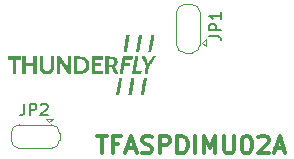
<source format=gbr>
G04 #@! TF.GenerationSoftware,KiCad,Pcbnew,5.99.0-unknown-c5e195bdff~131~ubuntu18.04.1*
G04 #@! TF.CreationDate,2021-08-10T19:15:15+02:00*
G04 #@! TF.ProjectId,TFASPDIMU02A,54464153-5044-4494-9d55-3032412e6b69,rev?*
G04 #@! TF.SameCoordinates,Original*
G04 #@! TF.FileFunction,Legend,Top*
G04 #@! TF.FilePolarity,Positive*
%FSLAX46Y46*%
G04 Gerber Fmt 4.6, Leading zero omitted, Abs format (unit mm)*
G04 Created by KiCad (PCBNEW 5.99.0-unknown-c5e195bdff~131~ubuntu18.04.1) date 2021-08-10 19:15:15*
%MOMM*%
%LPD*%
G01*
G04 APERTURE LIST*
%ADD10C,0.300000*%
%ADD11C,0.150000*%
%ADD12C,0.120000*%
G04 APERTURE END LIST*
D10*
X9500000Y3121428D02*
X10357142Y3121428D01*
X9928571Y1621428D02*
X9928571Y3121428D01*
X11357142Y2407142D02*
X10857142Y2407142D01*
X10857142Y1621428D02*
X10857142Y3121428D01*
X11571428Y3121428D01*
X12071428Y2050000D02*
X12785714Y2050000D01*
X11928571Y1621428D02*
X12428571Y3121428D01*
X12928571Y1621428D01*
X13357142Y1692857D02*
X13571428Y1621428D01*
X13928571Y1621428D01*
X14071428Y1692857D01*
X14142857Y1764285D01*
X14214285Y1907142D01*
X14214285Y2050000D01*
X14142857Y2192857D01*
X14071428Y2264285D01*
X13928571Y2335714D01*
X13642857Y2407142D01*
X13499999Y2478571D01*
X13428571Y2550000D01*
X13357142Y2692857D01*
X13357142Y2835714D01*
X13428571Y2978571D01*
X13499999Y3050000D01*
X13642857Y3121428D01*
X13999999Y3121428D01*
X14214285Y3050000D01*
X14857142Y1621428D02*
X14857142Y3121428D01*
X15428571Y3121428D01*
X15571428Y3050000D01*
X15642857Y2978571D01*
X15714285Y2835714D01*
X15714285Y2621428D01*
X15642857Y2478571D01*
X15571428Y2407142D01*
X15428571Y2335714D01*
X14857142Y2335714D01*
X16357142Y1621428D02*
X16357142Y3121428D01*
X16714285Y3121428D01*
X16928571Y3050000D01*
X17071428Y2907142D01*
X17142857Y2764285D01*
X17214285Y2478571D01*
X17214285Y2264285D01*
X17142857Y1978571D01*
X17071428Y1835714D01*
X16928571Y1692857D01*
X16714285Y1621428D01*
X16357142Y1621428D01*
X17857142Y1621428D02*
X17857142Y3121428D01*
X18571428Y1621428D02*
X18571428Y3121428D01*
X19071428Y2050000D01*
X19571428Y3121428D01*
X19571428Y1621428D01*
X20285714Y3121428D02*
X20285714Y1907142D01*
X20357142Y1764285D01*
X20428571Y1692857D01*
X20571428Y1621428D01*
X20857142Y1621428D01*
X21000000Y1692857D01*
X21071428Y1764285D01*
X21142857Y1907142D01*
X21142857Y3121428D01*
X22142857Y3121428D02*
X22285714Y3121428D01*
X22428571Y3050000D01*
X22500000Y2978571D01*
X22571428Y2835714D01*
X22642857Y2550000D01*
X22642857Y2192857D01*
X22571428Y1907142D01*
X22500000Y1764285D01*
X22428571Y1692857D01*
X22285714Y1621428D01*
X22142857Y1621428D01*
X22000000Y1692857D01*
X21928571Y1764285D01*
X21857142Y1907142D01*
X21785714Y2192857D01*
X21785714Y2550000D01*
X21857142Y2835714D01*
X21928571Y2978571D01*
X22000000Y3050000D01*
X22142857Y3121428D01*
X23214285Y2978571D02*
X23285714Y3050000D01*
X23428571Y3121428D01*
X23785714Y3121428D01*
X23928571Y3050000D01*
X24000000Y2978571D01*
X24071428Y2835714D01*
X24071428Y2692857D01*
X24000000Y2478571D01*
X23142857Y1621428D01*
X24071428Y1621428D01*
X24642857Y2050000D02*
X25357142Y2050000D01*
X24500000Y1621428D02*
X25000000Y3121428D01*
X25500000Y1621428D01*
D11*
X3366666Y5847619D02*
X3366666Y5133333D01*
X3319047Y4990476D01*
X3223809Y4895238D01*
X3080952Y4847619D01*
X2985714Y4847619D01*
X3842857Y4847619D02*
X3842857Y5847619D01*
X4223809Y5847619D01*
X4319047Y5800000D01*
X4366666Y5752380D01*
X4414285Y5657142D01*
X4414285Y5514285D01*
X4366666Y5419047D01*
X4319047Y5371428D01*
X4223809Y5323809D01*
X3842857Y5323809D01*
X4795238Y5752380D02*
X4842857Y5800000D01*
X4938095Y5847619D01*
X5176190Y5847619D01*
X5271428Y5800000D01*
X5319047Y5752380D01*
X5366666Y5657142D01*
X5366666Y5561904D01*
X5319047Y5419047D01*
X4747619Y4847619D01*
X5366666Y4847619D01*
X19052380Y11566666D02*
X19766666Y11566666D01*
X19909523Y11519047D01*
X20004761Y11423809D01*
X20052380Y11280952D01*
X20052380Y11185714D01*
X20052380Y12042857D02*
X19052380Y12042857D01*
X19052380Y12423809D01*
X19100000Y12519047D01*
X19147619Y12566666D01*
X19242857Y12614285D01*
X19385714Y12614285D01*
X19480952Y12566666D01*
X19528571Y12519047D01*
X19576190Y12423809D01*
X19576190Y12042857D01*
X20052380Y13566666D02*
X20052380Y12995238D01*
X20052380Y13280952D02*
X19052380Y13280952D01*
X19195238Y13185714D01*
X19290476Y13090476D01*
X19338095Y12995238D01*
D12*
X2918000Y4048000D02*
X5718000Y4048000D01*
X5518000Y4248000D02*
X5818000Y4548000D01*
X5518000Y4248000D02*
X5218000Y4548000D01*
X2268000Y2748000D02*
X2268000Y3348000D01*
X5818000Y4548000D02*
X5218000Y4548000D01*
X6368000Y3348000D02*
X6368000Y2748000D01*
X5718000Y2048000D02*
X2918000Y2048000D01*
X2268000Y3348000D02*
G75*
G02*
X2968000Y4048000I700000J0D01*
G01*
X5668000Y4048000D02*
G75*
G02*
X6368000Y3348000I0J-700000D01*
G01*
X6368000Y2748000D02*
G75*
G02*
X5668000Y2048000I-700000J0D01*
G01*
X2968000Y2048000D02*
G75*
G02*
X2268000Y2748000I0J700000D01*
G01*
G36*
X12353192Y9834468D02*
G01*
X12418971Y9834100D01*
X12476577Y9833530D01*
X12523799Y9832754D01*
X12558426Y9831764D01*
X12578246Y9830554D01*
X12582084Y9829750D01*
X12582354Y9819407D01*
X12579671Y9794490D01*
X12574499Y9758472D01*
X12567298Y9714826D01*
X12565298Y9703485D01*
X12557308Y9658261D01*
X12550638Y9619621D01*
X12545891Y9591120D01*
X12543669Y9576315D01*
X12543579Y9575217D01*
X12534743Y9573555D01*
X12509702Y9572037D01*
X12470613Y9570714D01*
X12419637Y9569634D01*
X12358933Y9568849D01*
X12290659Y9568408D01*
X12245735Y9568329D01*
X11947940Y9568329D01*
X11938384Y9520119D01*
X11932270Y9488081D01*
X11924508Y9445759D01*
X11916527Y9400975D01*
X11914483Y9389262D01*
X11907563Y9349939D01*
X11901339Y9315546D01*
X11896807Y9291543D01*
X11895664Y9285954D01*
X11891191Y9265293D01*
X12120939Y9265293D01*
X12195237Y9265088D01*
X12252851Y9264420D01*
X12295458Y9263204D01*
X12324738Y9261357D01*
X12342368Y9258793D01*
X12350026Y9255431D01*
X12350673Y9253814D01*
X12349088Y9241170D01*
X12344857Y9214825D01*
X12338755Y9179122D01*
X12331554Y9138404D01*
X12324029Y9097017D01*
X12316952Y9059302D01*
X12311096Y9029604D01*
X12308985Y9019649D01*
X12304423Y8998987D01*
X11845976Y8998987D01*
X11841288Y8978326D01*
X11838527Y8963995D01*
X11833143Y8934168D01*
X11825593Y8891455D01*
X11816336Y8838465D01*
X11805830Y8777808D01*
X11794915Y8714316D01*
X11783314Y8646873D01*
X11772217Y8582882D01*
X11762151Y8525341D01*
X11753642Y8477246D01*
X11747217Y8441594D01*
X11743679Y8422758D01*
X11734129Y8374548D01*
X11601627Y8374548D01*
X11549276Y8374775D01*
X11512610Y8375653D01*
X11488955Y8377481D01*
X11475634Y8380554D01*
X11469969Y8385171D01*
X11469126Y8389256D01*
X11470682Y8400978D01*
X11475155Y8428953D01*
X11482249Y8471509D01*
X11491669Y8526972D01*
X11503120Y8593671D01*
X11516308Y8669932D01*
X11530937Y8754083D01*
X11546712Y8844452D01*
X11563339Y8939365D01*
X11580522Y9037150D01*
X11597966Y9136135D01*
X11615377Y9234647D01*
X11632458Y9331013D01*
X11648917Y9423561D01*
X11664456Y9510618D01*
X11678782Y9590511D01*
X11691599Y9661568D01*
X11702613Y9722116D01*
X11711528Y9770482D01*
X11718049Y9804995D01*
X11721882Y9823981D01*
X11722726Y9827183D01*
X11732444Y9828583D01*
X11758316Y9829856D01*
X11798130Y9830994D01*
X11849675Y9831991D01*
X11910740Y9832841D01*
X11979112Y9833536D01*
X12052581Y9834070D01*
X12128935Y9834438D01*
X12205963Y9834631D01*
X12281452Y9834643D01*
X12353192Y9834468D01*
G37*
G36*
X7954357Y9832135D02*
G01*
X8043210Y9830815D01*
X8115921Y9829494D01*
X8174713Y9828040D01*
X8221811Y9826321D01*
X8259437Y9824206D01*
X8289814Y9821561D01*
X8315167Y9818255D01*
X8337719Y9814157D01*
X8359692Y9809133D01*
X8365293Y9807733D01*
X8474807Y9771415D01*
X8572725Y9721110D01*
X8658460Y9657398D01*
X8731423Y9580854D01*
X8791028Y9492058D01*
X8836687Y9391586D01*
X8857717Y9323746D01*
X8874082Y9238423D01*
X8882268Y9144020D01*
X8882203Y9047323D01*
X8873816Y8955122D01*
X8862205Y8893755D01*
X8827451Y8786032D01*
X8778341Y8688425D01*
X8715750Y8602054D01*
X8640558Y8528036D01*
X8553641Y8467491D01*
X8509480Y8444241D01*
X8477146Y8428997D01*
X8448470Y8416401D01*
X8421295Y8406180D01*
X8393463Y8398061D01*
X8362819Y8391771D01*
X8327204Y8387038D01*
X8284464Y8383589D01*
X8232439Y8381151D01*
X8168975Y8379451D01*
X8091914Y8378217D01*
X7999099Y8377177D01*
X7977314Y8376957D01*
X7621476Y8373380D01*
X7621476Y9586695D01*
X7887781Y9586695D01*
X7887781Y8613304D01*
X8057213Y8613304D01*
X8115063Y8613870D01*
X8170121Y8615440D01*
X8218320Y8617821D01*
X8255594Y8620819D01*
X8275308Y8623637D01*
X8353468Y8649074D01*
X8421789Y8689675D01*
X8479514Y8744642D01*
X8525886Y8813174D01*
X8560147Y8894474D01*
X8571722Y8936325D01*
X8580774Y8992398D01*
X8585203Y9059569D01*
X8585084Y9131182D01*
X8580494Y9200581D01*
X8571506Y9261110D01*
X8567884Y9276855D01*
X8548725Y9340423D01*
X8525818Y9391709D01*
X8495975Y9436788D01*
X8465685Y9471707D01*
X8430185Y9505844D01*
X8393765Y9532775D01*
X8353725Y9553271D01*
X8307371Y9568105D01*
X8252004Y9578049D01*
X8184929Y9583875D01*
X8103448Y9586356D01*
X8064552Y9586586D01*
X7887781Y9586695D01*
X7621476Y9586695D01*
X7621476Y9836784D01*
X7954357Y9832135D01*
G37*
G36*
X13769735Y8004935D02*
G01*
X13767438Y7992744D01*
X13762241Y7963910D01*
X13754401Y7919882D01*
X13744173Y7862109D01*
X13731811Y7792040D01*
X13717572Y7711126D01*
X13701711Y7620814D01*
X13684483Y7522555D01*
X13666143Y7417798D01*
X13646946Y7307993D01*
X13645575Y7300144D01*
X13626306Y7189899D01*
X13607861Y7084496D01*
X13590497Y6985398D01*
X13574471Y6894067D01*
X13560041Y6811964D01*
X13547463Y6740553D01*
X13536996Y6681294D01*
X13528896Y6635650D01*
X13523421Y6605084D01*
X13520827Y6591057D01*
X13520767Y6590763D01*
X13515461Y6565509D01*
X13383038Y6565509D01*
X13327905Y6565929D01*
X13289112Y6567303D01*
X13264651Y6569806D01*
X13252514Y6573611D01*
X13250275Y6576988D01*
X13251773Y6587633D01*
X13256216Y6614978D01*
X13263365Y6657636D01*
X13272982Y6714219D01*
X13284828Y6783340D01*
X13298664Y6863612D01*
X13314251Y6953647D01*
X13331351Y7052058D01*
X13349725Y7157456D01*
X13369134Y7268456D01*
X13375893Y7307032D01*
X13501850Y8025596D01*
X13774392Y8025596D01*
X13769735Y8004935D01*
G37*
G36*
X7332213Y9830043D02*
G01*
X7334564Y9102295D01*
X7336915Y8374548D01*
X7107250Y8374548D01*
X6778950Y8867024D01*
X6450651Y9359499D01*
X6448276Y8867024D01*
X6445900Y8374548D01*
X6179755Y8374548D01*
X6179755Y9834635D01*
X6310611Y9834630D01*
X6441468Y9834625D01*
X6749097Y9369535D01*
X7056725Y8904444D01*
X7059105Y9369784D01*
X7061485Y9835125D01*
X7332213Y9830043D01*
G37*
G36*
X14417127Y9832954D02*
G01*
X14438941Y9832595D01*
X14575014Y9830043D01*
X14269245Y9435177D01*
X14211242Y9360144D01*
X14156392Y9288939D01*
X14105775Y9222983D01*
X14060469Y9163694D01*
X14021557Y9112491D01*
X13990117Y9070793D01*
X13967229Y9040018D01*
X13953973Y9021587D01*
X13951246Y9017353D01*
X13946740Y9002914D01*
X13939683Y8972715D01*
X13930547Y8929113D01*
X13919800Y8874464D01*
X13907910Y8811126D01*
X13895348Y8741454D01*
X13888192Y8700542D01*
X13875720Y8628772D01*
X13864067Y8562357D01*
X13853642Y8503580D01*
X13844855Y8454727D01*
X13838115Y8418081D01*
X13833832Y8395927D01*
X13832635Y8390618D01*
X13829051Y8384283D01*
X13820765Y8379855D01*
X13804941Y8376999D01*
X13778743Y8375385D01*
X13739334Y8374680D01*
X13695369Y8374548D01*
X13648408Y8374919D01*
X13608764Y8375939D01*
X13579674Y8377469D01*
X13564372Y8379370D01*
X13562835Y8380234D01*
X13564368Y8390299D01*
X13568727Y8416348D01*
X13575549Y8456280D01*
X13584471Y8507992D01*
X13595131Y8569382D01*
X13607166Y8638347D01*
X13618071Y8700580D01*
X13673307Y9015240D01*
X13503284Y9420088D01*
X13469233Y9501271D01*
X13437457Y9577229D01*
X13408647Y9646298D01*
X13383493Y9706810D01*
X13362687Y9757101D01*
X13346920Y9795505D01*
X13336882Y9820355D01*
X13333264Y9829987D01*
X13333261Y9830018D01*
X13341923Y9831601D01*
X13365835Y9832660D01*
X13401888Y9833140D01*
X13446973Y9832985D01*
X13476675Y9832572D01*
X13620088Y9830043D01*
X13736093Y9543289D01*
X13763725Y9475310D01*
X13789272Y9413092D01*
X13811904Y9358600D01*
X13830795Y9313802D01*
X13845117Y9280664D01*
X13854044Y9261152D01*
X13856689Y9256641D01*
X13862979Y9263797D01*
X13878949Y9284151D01*
X13903394Y9316109D01*
X13935110Y9358076D01*
X13972892Y9408457D01*
X14015537Y9465657D01*
X14061840Y9528081D01*
X14072272Y9542186D01*
X14119428Y9605742D01*
X14163414Y9664569D01*
X14202990Y9717042D01*
X14236915Y9761537D01*
X14263950Y9796429D01*
X14282853Y9820093D01*
X14292385Y9830905D01*
X14293066Y9831386D01*
X14305306Y9832547D01*
X14332401Y9833215D01*
X14370843Y9833360D01*
X14417127Y9832954D01*
G37*
G36*
X4967607Y9403947D02*
G01*
X4967831Y9300347D01*
X4968479Y9204811D01*
X4969520Y9118993D01*
X4970921Y9044551D01*
X4972649Y8983140D01*
X4974671Y8936415D01*
X4976956Y8906034D01*
X4977492Y8901700D01*
X4994634Y8817108D01*
X5020888Y8748066D01*
X5057153Y8693695D01*
X5104333Y8653116D01*
X5163329Y8625452D01*
X5235043Y8609821D01*
X5280864Y8606008D01*
X5364614Y8607825D01*
X5435130Y8621868D01*
X5493556Y8648934D01*
X5541034Y8689818D01*
X5578705Y8745315D01*
X5607712Y8816222D01*
X5614248Y8838262D01*
X5618289Y8854047D01*
X5621703Y8870901D01*
X5624558Y8890531D01*
X5626925Y8914640D01*
X5628871Y8944932D01*
X5630467Y8983113D01*
X5631781Y9030887D01*
X5632883Y9089958D01*
X5633840Y9162032D01*
X5634723Y9248812D01*
X5635601Y9352004D01*
X5635733Y9368601D01*
X5639423Y9834635D01*
X5905264Y9834635D01*
X5902036Y9327277D01*
X5901321Y9217758D01*
X5900638Y9124978D01*
X5899920Y9047313D01*
X5899099Y8983135D01*
X5898105Y8930819D01*
X5896873Y8888739D01*
X5895332Y8855269D01*
X5893417Y8828783D01*
X5891058Y8807656D01*
X5888187Y8790262D01*
X5884737Y8774973D01*
X5880640Y8760166D01*
X5877953Y8751198D01*
X5839537Y8651188D01*
X5789212Y8564295D01*
X5727521Y8491097D01*
X5655006Y8432170D01*
X5572210Y8388095D01*
X5519779Y8369589D01*
X5484703Y8361328D01*
X5438755Y8353265D01*
X5388478Y8346270D01*
X5340413Y8341208D01*
X5301101Y8338947D01*
X5289251Y8339023D01*
X5263067Y8340734D01*
X5226986Y8343995D01*
X5193137Y8347616D01*
X5092822Y8367499D01*
X5001765Y8402417D01*
X4921045Y8451638D01*
X4851741Y8514430D01*
X4794932Y8590060D01*
X4770608Y8634382D01*
X4754299Y8669677D01*
X4740339Y8704833D01*
X4728565Y8741527D01*
X4718814Y8781435D01*
X4710922Y8826237D01*
X4704727Y8877608D01*
X4700064Y8937227D01*
X4696772Y9006772D01*
X4694687Y9087918D01*
X4693646Y9182345D01*
X4693485Y9291729D01*
X4694042Y9417747D01*
X4694066Y9421402D01*
X4696711Y9830043D01*
X4832159Y9832584D01*
X4967607Y9835126D01*
X4967607Y9403947D01*
G37*
G36*
X10027405Y9568329D02*
G01*
X9366233Y9568329D01*
X9366233Y9265583D01*
X9621060Y9263142D01*
X9875886Y9260701D01*
X9880982Y8998987D01*
X9366233Y8998987D01*
X9366233Y8631670D01*
X10045771Y8631670D01*
X10045771Y8374548D01*
X9090745Y8374548D01*
X9090745Y9834635D01*
X10027405Y9834635D01*
X10027405Y9568329D01*
G37*
G36*
X4425814Y8374548D02*
G01*
X4150326Y8374548D01*
X4150326Y8998987D01*
X3489154Y8998987D01*
X3489154Y8374548D01*
X3222849Y8374548D01*
X3222849Y9834635D01*
X3489154Y9834635D01*
X3489154Y9256110D01*
X4150064Y9256110D01*
X4152491Y9543076D01*
X4154917Y9830043D01*
X4290366Y9832584D01*
X4425814Y9835126D01*
X4425814Y8374548D01*
G37*
G36*
X12676586Y8023762D02*
G01*
X12701275Y8022010D01*
X12714239Y8018816D01*
X12717705Y8014363D01*
X12716099Y8003678D01*
X12711539Y7976297D01*
X12704267Y7933611D01*
X12694523Y7877009D01*
X12682549Y7807883D01*
X12668587Y7727621D01*
X12652878Y7637615D01*
X12635664Y7539255D01*
X12617186Y7433929D01*
X12597686Y7323030D01*
X12591230Y7286370D01*
X12465055Y6570101D01*
X12192879Y6565009D01*
X12198827Y6599695D01*
X12201344Y6614151D01*
X12206781Y6645218D01*
X12214878Y6691421D01*
X12225378Y6751282D01*
X12238020Y6823325D01*
X12252545Y6906073D01*
X12268694Y6998049D01*
X12286209Y7097776D01*
X12304829Y7203778D01*
X12324295Y7314579D01*
X12326600Y7327693D01*
X12448424Y8021005D01*
X12583214Y8023546D01*
X12637967Y8024224D01*
X12676586Y8023762D01*
G37*
G36*
X14312598Y11634042D02*
G01*
X14352429Y11632809D01*
X14381750Y11630960D01*
X14397315Y11628661D01*
X14398970Y11627603D01*
X14397499Y11617692D01*
X14393088Y11591063D01*
X14385975Y11549088D01*
X14376397Y11493139D01*
X14364589Y11424586D01*
X14350790Y11344801D01*
X14335236Y11255156D01*
X14318164Y11157022D01*
X14299811Y11051771D01*
X14280414Y10940773D01*
X14272851Y10897559D01*
X14146244Y10174403D01*
X13873595Y10174403D01*
X13878877Y10199656D01*
X13881278Y10212600D01*
X13886576Y10242174D01*
X13894515Y10286917D01*
X13904837Y10345367D01*
X13917286Y10416061D01*
X13931604Y10497538D01*
X13947534Y10588335D01*
X13964818Y10686990D01*
X13983200Y10792041D01*
X14002423Y10902027D01*
X14003647Y10909038D01*
X14022892Y11019143D01*
X14041300Y11124302D01*
X14058615Y11223064D01*
X14074582Y11313980D01*
X14088945Y11395600D01*
X14101449Y11466476D01*
X14111839Y11525158D01*
X14119860Y11570197D01*
X14125255Y11600143D01*
X14127770Y11613547D01*
X14127832Y11613828D01*
X14130312Y11621882D01*
X14135403Y11627514D01*
X14145989Y11631156D01*
X14164956Y11633241D01*
X14195192Y11634204D01*
X14239582Y11634477D01*
X14265504Y11634490D01*
X14312598Y11634042D01*
G37*
G36*
X11479489Y8024428D02*
G01*
X11524327Y8023905D01*
X11544383Y8023553D01*
X11677293Y8021005D01*
X11564404Y7378199D01*
X11545295Y7269415D01*
X11526771Y7164010D01*
X11509131Y7063685D01*
X11492675Y6970140D01*
X11477702Y6885076D01*
X11464512Y6810194D01*
X11453403Y6747194D01*
X11444676Y6697776D01*
X11438630Y6663641D01*
X11436279Y6650452D01*
X11421042Y6565509D01*
X11288974Y6565509D01*
X11237353Y6565615D01*
X11201305Y6566207D01*
X11178036Y6567700D01*
X11164754Y6570511D01*
X11158664Y6575053D01*
X11156975Y6581743D01*
X11156906Y6585131D01*
X11158446Y6596800D01*
X11162873Y6624682D01*
X11169895Y6667114D01*
X11179221Y6722427D01*
X11190558Y6788958D01*
X11203616Y6865039D01*
X11218103Y6949006D01*
X11233727Y7039192D01*
X11250196Y7133932D01*
X11267220Y7231560D01*
X11284507Y7330410D01*
X11301764Y7428816D01*
X11318702Y7525113D01*
X11335027Y7617636D01*
X11350448Y7704717D01*
X11364675Y7784692D01*
X11377415Y7855895D01*
X11388377Y7916659D01*
X11397269Y7965320D01*
X11403799Y8000211D01*
X11407677Y8019667D01*
X11408609Y8023238D01*
X11418307Y8024087D01*
X11443041Y8024486D01*
X11479489Y8024428D01*
G37*
G36*
X3075922Y9568329D02*
G01*
X2662690Y9568329D01*
X2662690Y8374548D01*
X2396385Y8374548D01*
X2396385Y9568329D01*
X1983153Y9568329D01*
X1983153Y9834635D01*
X3075922Y9834635D01*
X3075922Y9568329D01*
G37*
G36*
X13150768Y11633290D02*
G01*
X13195634Y11632793D01*
X13215490Y11632447D01*
X13348212Y11629899D01*
X13231054Y10964136D01*
X13211720Y10854243D01*
X13193096Y10748327D01*
X13175461Y10647979D01*
X13159095Y10554791D01*
X13144275Y10470355D01*
X13131282Y10396262D01*
X13120395Y10334103D01*
X13111893Y10285472D01*
X13106056Y10251959D01*
X13103370Y10236388D01*
X13092846Y10174403D01*
X12818667Y10174403D01*
X12823623Y10195065D01*
X12825964Y10207204D01*
X12831219Y10236009D01*
X12839135Y10280057D01*
X12849462Y10337923D01*
X12861945Y10408183D01*
X12876332Y10489413D01*
X12892371Y10580189D01*
X12909810Y10679086D01*
X12928396Y10784681D01*
X12947875Y10895549D01*
X12952562Y10922249D01*
X12972139Y11033632D01*
X12990844Y11139692D01*
X13008428Y11239050D01*
X13024645Y11330329D01*
X13039248Y11412149D01*
X13051991Y11483132D01*
X13062625Y11541900D01*
X13070906Y11587075D01*
X13076584Y11617277D01*
X13079415Y11631129D01*
X13079655Y11631884D01*
X13089445Y11632822D01*
X13114261Y11633295D01*
X13150768Y11633290D01*
G37*
G36*
X10573789Y9829308D02*
G01*
X10670002Y9828908D01*
X10750029Y9828018D01*
X10816050Y9826386D01*
X10870243Y9823758D01*
X10914789Y9819882D01*
X10951866Y9814504D01*
X10983652Y9807372D01*
X11012328Y9798232D01*
X11040072Y9786831D01*
X11069064Y9772916D01*
X11071964Y9771453D01*
X11144665Y9725443D01*
X11202676Y9668439D01*
X11245930Y9600520D01*
X11272657Y9528382D01*
X11281213Y9480529D01*
X11285343Y9422349D01*
X11285175Y9360093D01*
X11280837Y9300013D01*
X11272457Y9248360D01*
X11266487Y9226737D01*
X11231103Y9149643D01*
X11180474Y9082628D01*
X11115067Y9026263D01*
X11088034Y9008713D01*
X11065606Y8995125D01*
X11050793Y8985970D01*
X11047992Y8984135D01*
X11051434Y8975780D01*
X11062684Y8953084D01*
X11080798Y8917852D01*
X11104833Y8871888D01*
X11133844Y8816998D01*
X11166887Y8754986D01*
X11203018Y8687658D01*
X11204102Y8685645D01*
X11240564Y8617894D01*
X11274258Y8555190D01*
X11304195Y8499384D01*
X11329385Y8452324D01*
X11348838Y8415859D01*
X11361564Y8391839D01*
X11366574Y8382113D01*
X11366583Y8382091D01*
X11358959Y8379586D01*
X11335916Y8377433D01*
X11300400Y8375781D01*
X11255355Y8374781D01*
X11218148Y8374548D01*
X11066651Y8374548D01*
X10929799Y8638557D01*
X10792947Y8902567D01*
X10523283Y8907649D01*
X10523283Y8374548D01*
X10247685Y8374548D01*
X10250036Y9102295D01*
X10250140Y9134575D01*
X10251668Y9607410D01*
X10523283Y9607410D01*
X10523283Y9134575D01*
X10672506Y9138961D01*
X10740111Y9141636D01*
X10791832Y9145341D01*
X10830133Y9150331D01*
X10857480Y9156861D01*
X10862421Y9158585D01*
X10919568Y9187484D01*
X10961544Y9226152D01*
X10988953Y9275488D01*
X11002400Y9336394D01*
X11004072Y9369993D01*
X10997254Y9438326D01*
X10976333Y9495379D01*
X10941593Y9540693D01*
X10893318Y9573809D01*
X10872105Y9582870D01*
X10847131Y9589680D01*
X10811918Y9594969D01*
X10764025Y9598986D01*
X10701007Y9601980D01*
X10677097Y9602767D01*
X10523283Y9607410D01*
X10251668Y9607410D01*
X10252387Y9830043D01*
X10573789Y9829308D01*
G37*
G36*
X12300542Y11600304D02*
G01*
X12298027Y11585849D01*
X12292589Y11554782D01*
X12284487Y11508581D01*
X12273981Y11448721D01*
X12261330Y11376680D01*
X12246794Y11293935D01*
X12230631Y11201961D01*
X12213102Y11102236D01*
X12194465Y10996236D01*
X12174980Y10885438D01*
X12172671Y10872306D01*
X12050728Y10178995D01*
X11916037Y10176453D01*
X11861304Y10175775D01*
X11822706Y10176238D01*
X11798035Y10177993D01*
X11785088Y10181191D01*
X11781636Y10185636D01*
X11783239Y10196322D01*
X11787795Y10223703D01*
X11795061Y10266390D01*
X11804797Y10322993D01*
X11816762Y10392121D01*
X11830713Y10472383D01*
X11846411Y10562391D01*
X11863612Y10660753D01*
X11882077Y10766080D01*
X11901563Y10876981D01*
X11908012Y10913630D01*
X12034098Y11629899D01*
X12306472Y11634991D01*
X12300542Y11600304D01*
G37*
G36*
X12982627Y9832828D02*
G01*
X13012324Y9831840D01*
X13028336Y9830216D01*
X13030225Y9829277D01*
X13028674Y9818833D01*
X13024241Y9792159D01*
X13017249Y9751107D01*
X13008025Y9697531D01*
X12996895Y9633283D01*
X12984184Y9560216D01*
X12970218Y9480184D01*
X12955322Y9395038D01*
X12939823Y9306633D01*
X12924045Y9216821D01*
X12908315Y9127455D01*
X12892958Y9040387D01*
X12878299Y8957472D01*
X12864666Y8880561D01*
X12852382Y8811507D01*
X12841774Y8752165D01*
X12833168Y8704386D01*
X12826889Y8670023D01*
X12823263Y8650929D01*
X12822562Y8647740D01*
X12822162Y8642992D01*
X12825430Y8639281D01*
X12834327Y8636480D01*
X12850813Y8634462D01*
X12876850Y8633100D01*
X12914398Y8632267D01*
X12965418Y8631837D01*
X13031872Y8631683D01*
X13071104Y8631670D01*
X13324428Y8631670D01*
X13319955Y8611008D01*
X13316411Y8592875D01*
X13310771Y8562099D01*
X13304027Y8524145D01*
X13301160Y8507700D01*
X13294142Y8467631D01*
X13287727Y8431761D01*
X13282959Y8405908D01*
X13281772Y8399801D01*
X13276705Y8374548D01*
X12891751Y8374548D01*
X12793628Y8374658D01*
X12712522Y8375016D01*
X12647087Y8375662D01*
X12595976Y8376635D01*
X12557840Y8377977D01*
X12531334Y8379727D01*
X12515110Y8381925D01*
X12507821Y8384612D01*
X12507097Y8386026D01*
X12508703Y8396673D01*
X12513262Y8424015D01*
X12520534Y8466664D01*
X12530278Y8523230D01*
X12542251Y8592324D01*
X12556212Y8672555D01*
X12571920Y8762536D01*
X12589133Y8860875D01*
X12607610Y8966184D01*
X12627109Y9077073D01*
X12633572Y9113774D01*
X12759747Y9830043D01*
X12894986Y9832584D01*
X12942447Y9833102D01*
X12982627Y9832828D01*
G37*
X17572000Y10142000D02*
X16972000Y10142000D01*
X18472000Y10992000D02*
X18772000Y11292000D01*
X16272000Y10792000D02*
X16272000Y13592000D01*
X18472000Y10992000D02*
X18772000Y10692000D01*
X18772000Y10692000D02*
X18772000Y11292000D01*
X16972000Y14242000D02*
X17572000Y14242000D01*
X18272000Y13592000D02*
X18272000Y10792000D01*
X16972000Y10142000D02*
G75*
G02*
X16272000Y10842000I0J700000D01*
G01*
X17572000Y14242000D02*
G75*
G02*
X18272000Y13542000I0J-700000D01*
G01*
X16272000Y13542000D02*
G75*
G02*
X16972000Y14242000I700000J0D01*
G01*
X18272000Y10842000D02*
G75*
G02*
X17572000Y10142000I-700000J0D01*
G01*
M02*

</source>
